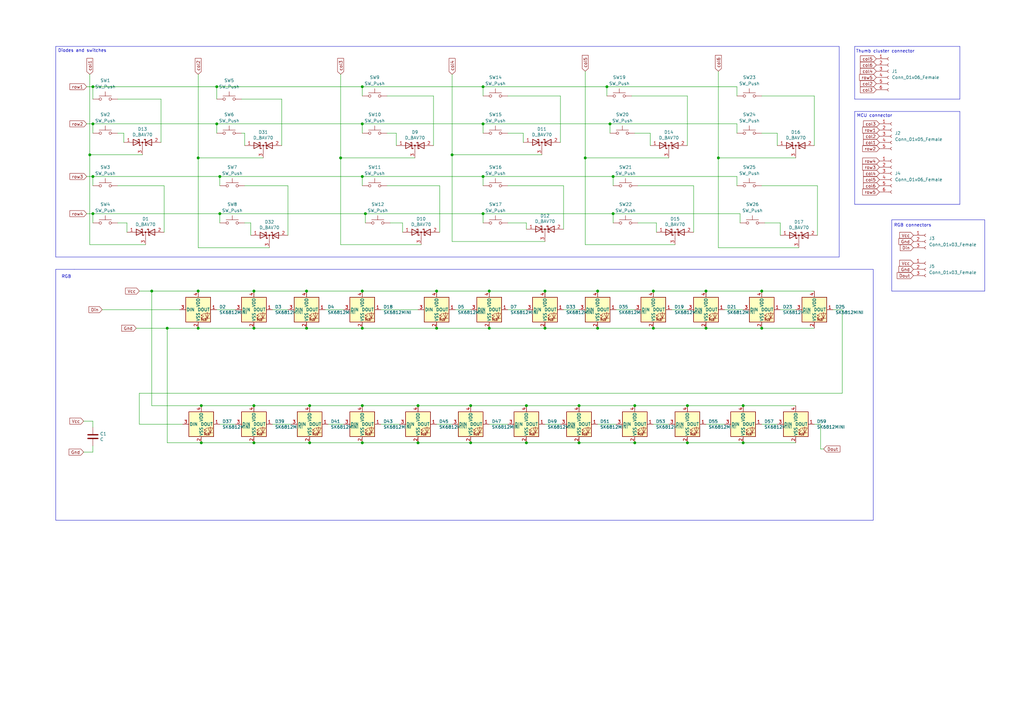
<source format=kicad_sch>
(kicad_sch (version 20221004) (generator eeschema)
  (paper "A3")
  (title_block (title "flex.sch") (date "2022-02-20") (company "bastard keyboards") (comment 3 "CC BY-NC-SA 4.0") (comment 4 "Copyright Quentin Lebastard 2022"))
  (lib_symbols
    (symbol "Connector:Conn_01x03_Female" (pin_names (offset 1.016) hide)
      (property "Reference" "J" (at 0 5.08 0))
      (property "Value" "Conn_01x03_Female" (at 0 -5.08 0))
      (symbol "Conn_01x03_Female_1_1"
        (arc (start 0 -2.032) (mid -0.5058 -2.54) (end 0 -3.048) (stroke (width 0.1524)))
        (polyline (pts (xy -1.27 -2.54) (xy -0.508 -2.54)) (stroke (width 0.1524)))
        (polyline (pts (xy -1.27 0) (xy -0.508 0)) (stroke (width 0.1524)))
        (polyline (pts (xy -1.27 2.54) (xy -0.508 2.54)) (stroke (width 0.1524)))
        (arc (start 0 0.508) (mid -0.5058 0) (end 0 -0.508) (stroke (width 0.1524)))
        (arc (start 0 3.048) (mid -0.5058 2.54) (end 0 2.032) (stroke (width 0.1524)))
        (pin passive line (at -5.08 2.54 0) (length 3.81) (name "Pin_1") (number "1"))
        (pin passive line (at -5.08 0 0) (length 3.81) (name "Pin_2") (number "2"))
        (pin passive line (at -5.08 -2.54 0) (length 3.81) (name "Pin_3") (number "3"))
      )
    )
    (symbol "Connector:Conn_01x05_Female" (pin_names (offset 1.016) hide)
      (property "Reference" "J" (at 0 7.62 0))
      (property "Value" "Conn_01x05_Female" (at 0 -7.62 0))
      (symbol "Conn_01x05_Female_1_1"
        (arc (start 0 -4.572) (mid -0.5058 -5.08) (end 0 -5.588) (stroke (width 0.1524)))
        (arc (start 0 -2.032) (mid -0.5058 -2.54) (end 0 -3.048) (stroke (width 0.1524)))
        (polyline (pts (xy -1.27 -5.08) (xy -0.508 -5.08)) (stroke (width 0.1524)))
        (polyline (pts (xy -1.27 -2.54) (xy -0.508 -2.54)) (stroke (width 0.1524)))
        (polyline (pts (xy -1.27 0) (xy -0.508 0)) (stroke (width 0.1524)))
        (polyline (pts (xy -1.27 2.54) (xy -0.508 2.54)) (stroke (width 0.1524)))
        (polyline (pts (xy -1.27 5.08) (xy -0.508 5.08)) (stroke (width 0.1524)))
        (arc (start 0 0.508) (mid -0.5058 0) (end 0 -0.508) (stroke (width 0.1524)))
        (arc (start 0 3.048) (mid -0.5058 2.54) (end 0 2.032) (stroke (width 0.1524)))
        (arc (start 0 5.588) (mid -0.5058 5.08) (end 0 4.572) (stroke (width 0.1524)))
        (pin passive line (at -5.08 5.08 0) (length 3.81) (name "Pin_1") (number "1"))
        (pin passive line (at -5.08 2.54 0) (length 3.81) (name "Pin_2") (number "2"))
        (pin passive line (at -5.08 0 0) (length 3.81) (name "Pin_3") (number "3"))
        (pin passive line (at -5.08 -2.54 0) (length 3.81) (name "Pin_4") (number "4"))
        (pin passive line (at -5.08 -5.08 0) (length 3.81) (name "Pin_5") (number "5"))
      )
    )
    (symbol "Connector:Conn_01x06_Female" (pin_names (offset 1.016) hide)
      (property "Reference" "J" (at 0 7.62 0))
      (property "Value" "Conn_01x06_Female" (at 0 -10.16 0))
      (symbol "Conn_01x06_Female_1_1"
        (arc (start 0 -7.112) (mid -0.5058 -7.62) (end 0 -8.128) (stroke (width 0.1524)))
        (arc (start 0 -4.572) (mid -0.5058 -5.08) (end 0 -5.588) (stroke (width 0.1524)))
        (arc (start 0 -2.032) (mid -0.5058 -2.54) (end 0 -3.048) (stroke (width 0.1524)))
        (polyline (pts (xy -1.27 -7.62) (xy -0.508 -7.62)) (stroke (width 0.1524)))
        (polyline (pts (xy -1.27 -5.08) (xy -0.508 -5.08)) (stroke (width 0.1524)))
        (polyline (pts (xy -1.27 -2.54) (xy -0.508 -2.54)) (stroke (width 0.1524)))
        (polyline (pts (xy -1.27 0) (xy -0.508 0)) (stroke (width 0.1524)))
        (polyline (pts (xy -1.27 2.54) (xy -0.508 2.54)) (stroke (width 0.1524)))
        (polyline (pts (xy -1.27 5.08) (xy -0.508 5.08)) (stroke (width 0.1524)))
        (arc (start 0 0.508) (mid -0.5058 0) (end 0 -0.508) (stroke (width 0.1524)))
        (arc (start 0 3.048) (mid -0.5058 2.54) (end 0 2.032) (stroke (width 0.1524)))
        (arc (start 0 5.588) (mid -0.5058 5.08) (end 0 4.572) (stroke (width 0.1524)))
        (pin passive line (at -5.08 5.08 0) (length 3.81) (name "Pin_1") (number "1"))
        (pin passive line (at -5.08 2.54 0) (length 3.81) (name "Pin_2") (number "2"))
        (pin passive line (at -5.08 0 0) (length 3.81) (name "Pin_3") (number "3"))
        (pin passive line (at -5.08 -2.54 0) (length 3.81) (name "Pin_4") (number "4"))
        (pin passive line (at -5.08 -5.08 0) (length 3.81) (name "Pin_5") (number "5"))
        (pin passive line (at -5.08 -7.62 0) (length 3.81) (name "Pin_6") (number "6"))
      )
    )
    (symbol "Device:C" (pin_numbers hide) (pin_names (offset 0.254))
      (property "Reference" "C" (at 0.635 2.54 0))
      (property "Value" "C" (at 0.635 -2.54 0))
      (symbol "C_0_1"
        (polyline (pts (xy -2.032 -0.762) (xy 2.032 -0.762)) (stroke (width 0.508)))
        (polyline (pts (xy -2.032 0.762) (xy 2.032 0.762)) (stroke (width 0.508)))
      )
      (symbol "C_1_1"
        (pin passive line (at 0 3.81 270) (length 2.794) (name "~") (number "1"))
        (pin passive line (at 0 -3.81 90) (length 2.794) (name "~") (number "2"))
      )
    )
    (symbol "kbd:D_BAV70" (pin_names (offset 0.762) hide)
      (property "Reference" "D13" (at 0 5.4802 0))
      (property "Value" "D_BAV70" (at 0 3.1815 0))
      (symbol "D_BAV70_0_1"
        (polyline (pts (xy -3.81 0) (xy 3.81 0)))
        (polyline (pts (xy 0 0) (xy 0 -2.54)))
        (polyline (pts (xy -1.27 -1.27) (xy -1.27 1.27) (xy -1.27 1.27)) (stroke (width 0.254)))
        (polyline (pts (xy 1.27 -1.27) (xy 1.27 1.27) (xy 1.27 1.27)) (stroke (width 0.254)))
        (polyline (pts (xy -1.27 -1.27) (xy -0.762 -1.27) (xy -0.762 -1.016) (xy -0.762 -1.016)) (stroke (width 0.254)))
        (polyline (pts (xy 1.27 -1.27) (xy 1.778 -1.27) (xy 1.778 -1.016) (xy 1.778 -1.016)) (stroke (width 0.254)))
        (polyline (pts (xy 1.27 1.27) (xy 0.762 1.27) (xy 0.762 1.016) (xy 0.762 1.016)) (stroke (width 0.254)))
        (polyline (pts (xy -1.778 1.016) (xy -1.778 1.27) (xy -1.27 1.27) (xy -1.27 1.27) (xy -1.27 1.27)) (stroke (width 0.254)))
        (polyline (pts (xy -3.81 1.27) (xy -1.27 0) (xy -3.81 -1.27) (xy -3.81 1.27) (xy -3.81 1.27) (xy -3.81 1.27)) (stroke (width 0.254)))
        (polyline (pts (xy 3.81 -1.27) (xy 1.27 0) (xy 3.81 1.27) (xy 3.81 -1.27) (xy 3.81 -1.27) (xy 3.81 -1.27)) (stroke (width 0.254)))
        (circle (center 0 0) (radius 0.254) (fill (type outline)))
        (pin passive line (at -7.62 0 0) (length 3.81) (name "A") (number "1"))
        (pin passive line (at 7.62 0 180) (length 3.81) (name "A") (number "2"))
        (pin passive line (at 0 -5.08 90) (length 2.54) (name "K") (number "3"))
      )
    )
    (symbol "kbd:SK6803MINI-E" (pin_names (offset 0.254))
      (property "Reference" "D2" (at 8.6361 1.1494 0))
      (property "Value" "SK6812MINI" (at 8.6361 -1.1493 0))
      (symbol "SK6803MINI-E_0_0"
        (text "RGB" (at 2.286 -4.191 0) (effects (font (size 0.762 0.762))))
      )
      (symbol "SK6803MINI-E_0_1"
        (polyline (pts (xy 1.27 -3.556) (xy 1.778 -3.556)))
        (polyline (pts (xy 1.27 -2.54) (xy 1.778 -2.54)))
        (polyline (pts (xy 4.699 -3.556) (xy 2.667 -3.556)))
        (polyline (pts (xy 2.286 -2.54) (xy 1.27 -3.556) (xy 1.27 -3.048)))
        (polyline (pts (xy 2.286 -1.524) (xy 1.27 -2.54) (xy 1.27 -2.032)))
        (polyline (pts (xy 3.683 -1.016) (xy 3.683 -3.556) (xy 3.683 -4.064)))
        (polyline (pts (xy 4.699 -1.524) (xy 2.667 -1.524) (xy 3.683 -3.556) (xy 4.699 -1.524)))
        (rectangle (start 5.08 5.08) (end -5.08 -5.08) (stroke (width 0.254)) (fill (type background)))
      )
      (symbol "SK6803MINI-E_1_1"
        (pin output line (at 7.62 0 180) (length 2.54) (name "DOUT") (number "1"))
        (pin power_in line (at 0 -7.62 90) (length 2.54) (name "VSS") (number "2"))
        (pin input line (at -7.62 0 0) (length 2.54) (name "DIN") (number "3"))
        (pin power_in line (at 0 7.62 270) (length 2.54) (name "VDD") (number "4"))
      )
    )
    (symbol "kbd:SW_Push" (pin_numbers hide) (pin_names hide)
      (property "Reference" "SW1" (at 0 7.62 0))
      (property "Value" "SW_Push" (at 0 5.08 0))
      (symbol "SW_Push_0_1"
        (circle (center -2.032 0) (radius 0.508))
        (polyline (pts (xy 0 1.27) (xy 0 3.048)))
        (polyline (pts (xy 2.54 1.27) (xy -2.54 1.27)))
        (circle (center 2.032 0) (radius 0.508))
        (pin passive line (at -5.08 0 0) (length 2.54) (name "1") (number "1"))
        (pin passive line (at 5.08 0 180) (length 2.54) (name "2") (number "2"))
      )
    )
  )
  (junction (at 148.59 35.56) (diameter 1.016))
  (junction (at 215.9 166.37) (diameter 1.016))
  (junction (at 240.03 64.77) (diameter 1.016))
  (junction (at 179.07 119.38) (diameter 1.016))
  (junction (at 200.66 119.38) (diameter 1.016))
  (junction (at 198.12 87.63) (diameter 1.016))
  (junction (at 68.58 134.62) (diameter 1.016))
  (junction (at 127 166.37) (diameter 1.016))
  (junction (at 88.9 35.56) (diameter 1.016))
  (junction (at 179.07 134.62) (diameter 1.016))
  (junction (at 82.55 181.61) (diameter 1.016))
  (junction (at 104.14 119.38) (diameter 1.016))
  (junction (at 171.45 181.61) (diameter 1.016))
  (junction (at 215.9 181.61) (diameter 1.016))
  (junction (at 312.42 134.62) (diameter 1.016))
  (junction (at 171.45 166.37) (diameter 1.016))
  (junction (at 148.59 72.39) (diameter 1.016))
  (junction (at 223.52 134.62) (diameter 1.016))
  (junction (at 38.1 72.39) (diameter 1.016))
  (junction (at 81.28 119.38) (diameter 1.016))
  (junction (at 88.9 50.8) (diameter 1.016))
  (junction (at 248.92 35.56) (diameter 1.016))
  (junction (at 281.94 181.61) (diameter 1.016))
  (junction (at 125.73 134.62) (diameter 1.016))
  (junction (at 81.28 64.77) (diameter 1.016))
  (junction (at 104.14 166.37) (diameter 1.016))
  (junction (at 289.56 134.62) (diameter 1.016))
  (junction (at 38.1 35.56) (diameter 1.016))
  (junction (at 148.59 134.62) (diameter 1.016))
  (junction (at 82.55 166.37) (diameter 1.016))
  (junction (at 148.59 119.38) (diameter 1.016))
  (junction (at 62.23 119.38) (diameter 1.016))
  (junction (at 38.1 50.8) (diameter 1.016))
  (junction (at 281.94 166.37) (diameter 1.016))
  (junction (at 81.28 134.62) (diameter 1.016))
  (junction (at 245.11 134.62) (diameter 1.016))
  (junction (at 267.97 119.38) (diameter 1.016))
  (junction (at 237.49 181.61) (diameter 1.016))
  (junction (at 289.56 119.38) (diameter 1.016))
  (junction (at 304.8 181.61) (diameter 1.016))
  (junction (at 104.14 181.61) (diameter 1.016))
  (junction (at 127 181.61) (diameter 1.016))
  (junction (at 260.35 181.61) (diameter 1.016))
  (junction (at 245.11 119.38) (diameter 1.016))
  (junction (at 198.12 72.39) (diameter 1.016))
  (junction (at 149.86 87.63) (diameter 1.016))
  (junction (at 198.12 50.8) (diameter 1.016))
  (junction (at 251.46 87.63) (diameter 1.016))
  (junction (at 223.52 119.38) (diameter 1.016))
  (junction (at 260.35 166.37) (diameter 1.016))
  (junction (at 148.59 50.8) (diameter 1.016))
  (junction (at 125.73 119.38) (diameter 1.016))
  (junction (at 148.59 166.37) (diameter 1.016))
  (junction (at 198.12 35.56) (diameter 1.016))
  (junction (at 251.46 72.39) (diameter 1.016))
  (junction (at 185.42 63.5) (diameter 1.016))
  (junction (at 294.64 64.77) (diameter 1.016))
  (junction (at 304.8 166.37) (diameter 1.016))
  (junction (at 193.04 181.61) (diameter 1.016))
  (junction (at 250.19 50.8) (diameter 1.016))
  (junction (at 38.1 87.63) (diameter 1.016))
  (junction (at 267.97 134.62) (diameter 1.016))
  (junction (at 139.7 64.77) (diameter 1.016))
  (junction (at 104.14 134.62) (diameter 1.016))
  (junction (at 193.04 166.37) (diameter 1.016))
  (junction (at 148.59 181.61) (diameter 1.016))
  (junction (at 36.83 63.5) (diameter 1.016))
  (junction (at 312.42 119.38) (diameter 1.016))
  (junction (at 90.17 72.39) (diameter 1.016))
  (junction (at 90.17 87.63) (diameter 1.016))
  (junction (at 200.66 134.62) (diameter 1.016))
  (junction (at 237.49 166.37) (diameter 1.016))
  (wire (pts (xy 82.55 166.37) (xy 104.14 166.37)))
  (wire (pts (xy 294.64 101.6) (xy 327.66 101.6)))
  (wire (pts (xy 90.17 173.99) (xy 96.52 173.99)))
  (wire (pts (xy 198.12 35.56) (xy 198.12 39.37)))
  (wire (pts (xy 231.14 127) (xy 237.49 127)))
  (wire (pts (xy 312.42 76.2) (xy 335.28 76.2)))
  (wire (pts (xy 172.72 100.33) (xy 139.7 100.33)))
  (wire (pts (xy 294.64 29.21) (xy 294.64 64.77)))
  (polyline (pts (xy 403.86 90.17) (xy 403.86 119.38)))
  (wire (pts (xy 281.94 39.37) (xy 281.94 59.69)))
  (polyline (pts (xy 350.52 19.05) (xy 393.7 19.05)))
  (wire (pts (xy 38.1 72.39) (xy 38.1 76.2)))
  (wire (pts (xy 165.1 91.44) (xy 165.1 95.25)))
  (wire (pts (xy 158.75 39.37) (xy 177.8 39.37)))
  (polyline (pts (xy 358.14 110.49) (xy 358.14 213.36)))
  (wire (pts (xy 148.59 166.37) (xy 171.45 166.37)))
  (wire (pts (xy 177.8 39.37) (xy 177.8 59.69)))
  (wire (pts (xy 148.59 72.39) (xy 148.59 76.2)))
  (wire (pts (xy 57.15 161.29) (xy 57.15 173.99)))
  (wire (pts (xy 251.46 87.63) (xy 198.12 87.63)))
  (wire (pts (xy 320.04 91.44) (xy 320.04 96.52)))
  (wire (pts (xy 104.14 119.38) (xy 125.73 119.38)))
  (polyline (pts (xy 22.86 110.49) (xy 30.48 110.49)))
  (wire (pts (xy 266.7 54.61) (xy 266.7 59.69)))
  (wire (pts (xy 81.28 64.77) (xy 81.28 101.6)))
  (polyline (pts (xy 22.86 19.05) (xy 344.17 19.05)))
  (wire (pts (xy 193.04 166.37) (xy 215.9 166.37)))
  (wire (pts (xy 133.35 127) (xy 140.97 127)))
  (wire (pts (xy 156.21 127) (xy 171.45 127)))
  (wire (pts (xy 38.1 185.42) (xy 38.1 182.88)))
  (wire (pts (xy 240.03 64.77) (xy 274.32 64.77)))
  (wire (pts (xy 345.44 161.29) (xy 57.15 161.29)))
  (wire (pts (xy 200.66 173.99) (xy 208.28 173.99)))
  (wire (pts (xy 99.06 40.64) (xy 115.57 40.64)))
  (polyline (pts (xy 365.76 90.17) (xy 365.76 119.38)))
  (wire (pts (xy 148.59 181.61) (xy 171.45 181.61)))
  (wire (pts (xy 68.58 134.62) (xy 81.28 134.62)))
  (wire (pts (xy 90.17 87.63) (xy 149.86 87.63)))
  (wire (pts (xy 240.03 29.21) (xy 240.03 64.77)))
  (wire (pts (xy 312.42 134.62) (xy 334.01 134.62)))
  (wire (pts (xy 158.75 54.61) (xy 162.56 54.61)))
  (wire (pts (xy 231.14 76.2) (xy 231.14 93.98)))
  (wire (pts (xy 313.69 91.44) (xy 320.04 91.44)))
  (wire (pts (xy 104.14 166.37) (xy 127 166.37)))
  (wire (pts (xy 208.28 127) (xy 215.9 127)))
  (wire (pts (xy 198.12 87.63) (xy 198.12 91.44)))
  (wire (pts (xy 88.9 50.8) (xy 148.59 50.8)))
  (wire (pts (xy 38.1 35.56) (xy 38.1 40.64)))
  (wire (pts (xy 223.52 134.62) (xy 245.11 134.62)))
  (wire (pts (xy 148.59 134.62) (xy 179.07 134.62)))
  (wire (pts (xy 104.14 181.61) (xy 127 181.61)))
  (wire (pts (xy 260.35 181.61) (xy 281.94 181.61)))
  (wire (pts (xy 52.07 91.44) (xy 52.07 95.25)))
  (polyline (pts (xy 22.86 19.05) (xy 22.86 105.41)))
  (wire (pts (xy 88.9 35.56) (xy 148.59 35.56)))
  (wire (pts (xy 82.55 181.61) (xy 104.14 181.61)))
  (polyline (pts (xy 393.7 83.82) (xy 350.52 83.82)))
  (wire (pts (xy 304.8 181.61) (xy 326.39 181.61)))
  (wire (pts (xy 261.62 91.44) (xy 269.24 91.44)))
  (wire (pts (xy 245.11 173.99) (xy 252.73 173.99)))
  (wire (pts (xy 68.58 181.61) (xy 82.55 181.61)))
  (polyline (pts (xy 350.52 45.72) (xy 393.7 45.72)))
  (wire (pts (xy 36.83 30.48) (xy 36.83 63.5)))
  (wire (pts (xy 252.73 127) (xy 260.35 127)))
  (wire (pts (xy 162.56 54.61) (xy 162.56 59.69)))
  (wire (pts (xy 90.17 87.63) (xy 90.17 91.44)))
  (wire (pts (xy 148.59 35.56) (xy 148.59 39.37)))
  (wire (pts (xy 38.1 172.72) (xy 34.29 172.72)))
  (wire (pts (xy 38.1 87.63) (xy 38.1 91.44)))
  (wire (pts (xy 312.42 39.37) (xy 334.01 39.37)))
  (wire (pts (xy 179.07 134.62) (xy 200.66 134.62)))
  (wire (pts (xy 200.66 134.62) (xy 223.52 134.62)))
  (wire (pts (xy 294.64 64.77) (xy 294.64 101.6)))
  (wire (pts (xy 55.88 134.62) (xy 68.58 134.62)))
  (polyline (pts (xy 344.17 19.05) (xy 344.17 105.41)))
  (wire (pts (xy 34.29 185.42) (xy 38.1 185.42)))
  (wire (pts (xy 35.56 87.63) (xy 38.1 87.63)))
  (wire (pts (xy 57.15 173.99) (xy 74.93 173.99)))
  (wire (pts (xy 88.9 35.56) (xy 88.9 40.64)))
  (wire (pts (xy 198.12 35.56) (xy 248.92 35.56)))
  (wire (pts (xy 250.19 50.8) (xy 302.26 50.8)))
  (wire (pts (xy 111.76 127) (xy 118.11 127)))
  (wire (pts (xy 240.03 100.33) (xy 276.86 100.33)))
  (wire (pts (xy 245.11 134.62) (xy 267.97 134.62)))
  (wire (pts (xy 36.83 100.33) (xy 59.69 100.33)))
  (wire (pts (xy 62.23 119.38) (xy 62.23 166.37)))
  (wire (pts (xy 99.06 54.61) (xy 100.33 54.61)))
  (wire (pts (xy 171.45 181.61) (xy 193.04 181.61)))
  (wire (pts (xy 269.24 91.44) (xy 269.24 95.25)))
  (wire (pts (xy 35.56 72.39) (xy 38.1 72.39)))
  (wire (pts (xy 81.28 134.62) (xy 104.14 134.62)))
  (wire (pts (xy 111.76 173.99) (xy 119.38 173.99)))
  (wire (pts (xy 118.11 76.2) (xy 118.11 96.52)))
  (wire (pts (xy 302.26 72.39) (xy 302.26 76.2)))
  (wire (pts (xy 35.56 50.8) (xy 38.1 50.8)))
  (wire (pts (xy 284.48 76.2) (xy 284.48 95.25)))
  (wire (pts (xy 336.55 173.99) (xy 336.55 184.15)))
  (wire (pts (xy 260.35 54.61) (xy 266.7 54.61)))
  (wire (pts (xy 156.21 173.99) (xy 163.83 173.99)))
  (wire (pts (xy 48.26 76.2) (xy 67.31 76.2)))
  (polyline (pts (xy 393.7 40.64) (xy 350.52 40.64)))
  (wire (pts (xy 38.1 35.56) (xy 88.9 35.56)))
  (wire (pts (xy 198.12 72.39) (xy 198.12 76.2)))
  (wire (pts (xy 38.1 50.8) (xy 88.9 50.8)))
  (polyline (pts (xy 344.17 105.41) (xy 22.86 105.41)))
  (wire (pts (xy 35.56 35.56) (xy 38.1 35.56)))
  (wire (pts (xy 289.56 134.62) (xy 312.42 134.62)))
  (polyline (pts (xy 350.52 45.72) (xy 350.52 83.82)))
  (polyline (pts (xy 393.7 45.72) (xy 393.7 83.82)))
  (wire (pts (xy 81.28 119.38) (xy 104.14 119.38)))
  (wire (pts (xy 240.03 64.77) (xy 240.03 100.33)))
  (wire (pts (xy 208.28 91.44) (xy 215.9 91.44)))
  (wire (pts (xy 193.04 181.61) (xy 215.9 181.61)))
  (wire (pts (xy 229.87 58.42) (xy 229.87 39.37)))
  (wire (pts (xy 158.75 76.2) (xy 180.34 76.2)))
  (wire (pts (xy 302.26 50.8) (xy 302.26 54.61)))
  (wire (pts (xy 334.01 39.37) (xy 334.01 59.69)))
  (wire (pts (xy 289.56 119.38) (xy 312.42 119.38)))
  (wire (pts (xy 36.83 63.5) (xy 36.83 100.33)))
  (wire (pts (xy 214.63 54.61) (xy 214.63 58.42)))
  (wire (pts (xy 198.12 50.8) (xy 198.12 54.61)))
  (wire (pts (xy 237.49 166.37) (xy 260.35 166.37)))
  (wire (pts (xy 48.26 40.64) (xy 66.04 40.64)))
  (wire (pts (xy 88.9 50.8) (xy 88.9 54.61)))
  (wire (pts (xy 250.19 50.8) (xy 250.19 54.61)))
  (wire (pts (xy 267.97 119.38) (xy 289.56 119.38)))
  (wire (pts (xy 318.77 54.61) (xy 318.77 59.69)))
  (wire (pts (xy 248.92 35.56) (xy 302.26 35.56)))
  (wire (pts (xy 115.57 40.64) (xy 115.57 59.69)))
  (wire (pts (xy 48.26 54.61) (xy 50.8 54.61)))
  (wire (pts (xy 149.86 87.63) (xy 149.86 91.44)))
  (wire (pts (xy 334.01 173.99) (xy 336.55 173.99)))
  (wire (pts (xy 66.04 40.64) (xy 66.04 58.42)))
  (wire (pts (xy 88.9 127) (xy 96.52 127)))
  (wire (pts (xy 335.28 76.2) (xy 335.28 96.52)))
  (wire (pts (xy 312.42 173.99) (xy 318.77 173.99)))
  (wire (pts (xy 57.15 119.38) (xy 62.23 119.38)))
  (wire (pts (xy 289.56 173.99) (xy 297.18 173.99)))
  (wire (pts (xy 223.52 173.99) (xy 229.87 173.99)))
  (wire (pts (xy 267.97 134.62) (xy 289.56 134.62)))
  (wire (pts (xy 245.11 119.38) (xy 267.97 119.38)))
  (wire (pts (xy 185.42 63.5) (xy 222.25 63.5)))
  (wire (pts (xy 134.62 173.99) (xy 140.97 173.99)))
  (wire (pts (xy 38.1 175.26) (xy 38.1 172.72)))
  (wire (pts (xy 267.97 173.99) (xy 274.32 173.99)))
  (wire (pts (xy 100.33 54.61) (xy 100.33 59.69)))
  (wire (pts (xy 251.46 87.63) (xy 303.53 87.63)))
  (wire (pts (xy 304.8 166.37) (xy 326.39 166.37)))
  (wire (pts (xy 38.1 72.39) (xy 90.17 72.39)))
  (wire (pts (xy 179.07 173.99) (xy 185.42 173.99)))
  (wire (pts (xy 251.46 91.44) (xy 251.46 87.63)))
  (wire (pts (xy 160.02 91.44) (xy 165.1 91.44)))
  (wire (pts (xy 302.26 35.56) (xy 302.26 39.37)))
  (wire (pts (xy 148.59 35.56) (xy 198.12 35.56)))
  (wire (pts (xy 148.59 72.39) (xy 198.12 72.39)))
  (wire (pts (xy 275.59 127) (xy 281.94 127)))
  (wire (pts (xy 294.64 64.77) (xy 326.39 64.77)))
  (wire (pts (xy 180.34 76.2) (xy 180.34 95.25)))
  (wire (pts (xy 179.07 119.38) (xy 200.66 119.38)))
  (wire (pts (xy 148.59 50.8) (xy 198.12 50.8)))
  (wire (pts (xy 336.55 184.15) (xy 337.82 184.15)))
  (wire (pts (xy 208.28 54.61) (xy 214.63 54.61)))
  (wire (pts (xy 237.49 181.61) (xy 260.35 181.61)))
  (wire (pts (xy 125.73 119.38) (xy 148.59 119.38)))
  (wire (pts (xy 186.69 127) (xy 193.04 127)))
  (wire (pts (xy 198.12 72.39) (xy 251.46 72.39)))
  (wire (pts (xy 312.42 54.61) (xy 318.77 54.61)))
  (wire (pts (xy 148.59 50.8) (xy 148.59 54.61)))
  (wire (pts (xy 48.26 91.44) (xy 52.07 91.44)))
  (wire (pts (xy 215.9 181.61) (xy 237.49 181.61)))
  (wire (pts (xy 90.17 72.39) (xy 90.17 76.2)))
  (wire (pts (xy 90.17 72.39) (xy 148.59 72.39)))
  (polyline (pts (xy 22.86 213.36) (xy 22.86 110.49)))
  (wire (pts (xy 281.94 181.61) (xy 304.8 181.61)))
  (wire (pts (xy 102.87 91.44) (xy 102.87 96.52)))
  (wire (pts (xy 139.7 64.77) (xy 170.18 64.77)))
  (wire (pts (xy 341.63 127) (xy 345.44 127)))
  (wire (pts (xy 125.73 134.62) (xy 148.59 134.62)))
  (wire (pts (xy 185.42 99.06) (xy 223.52 99.06)))
  (wire (pts (xy 185.42 63.5) (xy 185.42 99.06)))
  (wire (pts (xy 100.33 76.2) (xy 118.11 76.2)))
  (polyline (pts (xy 393.7 19.05) (xy 393.7 40.64)))
  (polyline (pts (xy 358.14 213.36) (xy 22.86 213.36)))
  (wire (pts (xy 215.9 91.44) (xy 215.9 93.98)))
  (polyline (pts (xy 365.76 90.17) (xy 403.86 90.17)))
  (wire (pts (xy 320.04 127) (xy 326.39 127)))
  (wire (pts (xy 41.91 127) (xy 73.66 127)))
  (wire (pts (xy 259.08 39.37) (xy 281.94 39.37)))
  (wire (pts (xy 171.45 166.37) (xy 193.04 166.37)))
  (wire (pts (xy 223.52 119.38) (xy 245.11 119.38)))
  (wire (pts (xy 297.18 127) (xy 304.8 127)))
  (wire (pts (xy 345.44 127) (xy 345.44 161.29)))
  (wire (pts (xy 110.49 101.6) (xy 81.28 101.6)))
  (wire (pts (xy 107.95 64.77) (xy 81.28 64.77)))
  (polyline (pts (xy 30.48 110.49) (xy 358.14 110.49)))
  (wire (pts (xy 148.59 119.38) (xy 179.07 119.38)))
  (wire (pts (xy 229.87 39.37) (xy 208.28 39.37)))
  (wire (pts (xy 303.53 87.63) (xy 303.53 91.44)))
  (wire (pts (xy 38.1 87.63) (xy 90.17 87.63)))
  (wire (pts (xy 68.58 134.62) (xy 68.58 181.61)))
  (wire (pts (xy 50.8 54.61) (xy 50.8 58.42)))
  (wire (pts (xy 139.7 64.77) (xy 139.7 100.33)))
  (wire (pts (xy 312.42 119.38) (xy 334.01 119.38)))
  (wire (pts (xy 81.28 30.48) (xy 81.28 64.77)))
  (polyline (pts (xy 350.52 19.05) (xy 350.52 40.64)))
  (wire (pts (xy 198.12 50.8) (xy 250.19 50.8)))
  (wire (pts (xy 127 181.61) (xy 148.59 181.61)))
  (wire (pts (xy 38.1 50.8) (xy 38.1 54.61)))
  (wire (pts (xy 127 166.37) (xy 148.59 166.37)))
  (wire (pts (xy 62.23 119.38) (xy 81.28 119.38)))
  (wire (pts (xy 139.7 30.48) (xy 139.7 64.77)))
  (wire (pts (xy 251.46 72.39) (xy 251.46 76.2)))
  (wire (pts (xy 185.42 30.48) (xy 185.42 63.5)))
  (polyline (pts (xy 403.86 119.38) (xy 365.76 119.38)))
  (wire (pts (xy 251.46 72.39) (xy 302.26 72.39)))
  (wire (pts (xy 62.23 166.37) (xy 82.55 166.37)))
  (wire (pts (xy 208.28 76.2) (xy 231.14 76.2)))
  (wire (pts (xy 261.62 76.2) (xy 284.48 76.2)))
  (wire (pts (xy 149.86 87.63) (xy 198.12 87.63)))
  (wire (pts (xy 200.66 119.38) (xy 223.52 119.38)))
  (wire (pts (xy 281.94 166.37) (xy 304.8 166.37)))
  (wire (pts (xy 215.9 166.37) (xy 237.49 166.37)))
  (wire (pts (xy 260.35 166.37) (xy 281.94 166.37)))
  (wire (pts (xy 248.92 39.37) (xy 248.92 35.56)))
  (wire (pts (xy 104.14 134.62) (xy 125.73 134.62)))
  (wire (pts (xy 100.33 91.44) (xy 102.87 91.44)))
  (wire (pts (xy 67.31 76.2) (xy 67.31 95.25)))
  (wire (pts (xy 58.42 63.5) (xy 36.83 63.5)))
  (text "Diodes and switches" (at 43.688 21.59 0) (effects (font (size 1.27 1.27)) (justify right bottom)))
  (text "RGB" (at 29.21 114.3 0) (effects (font (size 1.27 1.27)) (justify right bottom)))
  (text "MCU connector" (at 366.014 48.26 0) (effects (font (size 1.27 1.27)) (justify right bottom)))
  (text "Thumb cluster connector" (at 375.158 21.844 0) (effects (font (size 1.27 1.27)) (justify right bottom)))
  (text "This work is licensed under a Creative Commons Attribution-NonCommercial-ShareAlike 4.0 International License." (at 429.26 378.46 0) (effects (font (size 1.27 1.27)) (justify left bottom)))
  (text "RGB connectors" (at 382.016 93.218 0) (effects (font (size 1.27 1.27)) (justify right bottom)))
  (global_label "Din" (shape input) (at 41.91 127 180) (property "Intersheet References" "${INTERSHEET_REFS}" (effects hide)))
  (global_label "col6" (shape input) (at 360.68 76.2 180) (property "Intersheet References" "${INTERSHEET_REFS}" (effects hide)))
  (global_label "col5" (shape input) (at 360.68 73.66 180) (property "Intersheet References" "${INTERSHEET_REFS}" (effects hide)))
  (global_label "col2" (shape input) (at 359.41 34.29 180) (property "Intersheet References" "${INTERSHEET_REFS}" (effects hide)))
  (global_label "Din" (shape input) (at 374.65 101.6 180) (property "Intersheet References" "${INTERSHEET_REFS}" (effects hide)))
  (global_label "col5" (shape input) (at 240.03 29.21 90) (property "Intersheet References" "${INTERSHEET_REFS}" (effects hide)))
  (global_label "Dout" (shape input) (at 337.82 184.15 0) (property "Intersheet References" "${INTERSHEET_REFS}" (effects hide)))
  (global_label "col3" (shape input) (at 139.7 30.48 90) (property "Intersheet References" "${INTERSHEET_REFS}" (effects hide)))
  (global_label "row3" (shape input) (at 360.68 68.58 180) (property "Intersheet References" "${INTERSHEET_REFS}" (effects hide)))
  (global_label "Vcc" (shape input) (at 57.15 119.38 180) (property "Intersheet References" "${INTERSHEET_REFS}" (effects hide)))
  (global_label "Gnd" (shape input) (at 374.65 99.06 180) (property "Intersheet References" "${INTERSHEET_REFS}" (effects hide)))
  (global_label "row5" (shape input) (at 359.41 31.75 180) (property "Intersheet References" "${INTERSHEET_REFS}" (effects hide)))
  (global_label "col2" (shape input) (at 360.68 55.88 180) (property "Intersheet References" "${INTERSHEET_REFS}" (effects hide)))
  (global_label "row3" (shape input) (at 35.56 72.39 180) (property "Intersheet References" "${INTERSHEET_REFS}" (effects hide)))
  (global_label "Gnd" (shape input) (at 55.88 134.62 180) (property "Intersheet References" "${INTERSHEET_REFS}" (effects hide)))
  (global_label "col4" (shape input) (at 359.41 29.21 180) (property "Intersheet References" "${INTERSHEET_REFS}" (effects hide)))
  (global_label "col3" (shape input) (at 359.41 36.83 180) (property "Intersheet References" "${INTERSHEET_REFS}" (effects hide)))
  (global_label "col4" (shape input) (at 185.42 30.48 90) (property "Intersheet References" "${INTERSHEET_REFS}" (effects hide)))
  (global_label "row5" (shape input) (at 360.68 78.74 180) (property "Intersheet References" "${INTERSHEET_REFS}" (effects hide)))
  (global_label "row1" (shape input) (at 360.68 53.34 180) (property "Intersheet References" "${INTERSHEET_REFS}" (effects hide)))
  (global_label "row4" (shape input) (at 360.68 66.04 180) (property "Intersheet References" "${INTERSHEET_REFS}" (effects hide)))
  (global_label "Vcc" (shape input) (at 34.29 172.72 180) (property "Intersheet References" "${INTERSHEET_REFS}" (effects hide)))
  (global_label "row2" (shape input) (at 360.68 60.96 180) (property "Intersheet References" "${INTERSHEET_REFS}" (effects hide)))
  (global_label "col1" (shape input) (at 360.68 58.42 180) (property "Intersheet References" "${INTERSHEET_REFS}" (effects hide)))
  (global_label "col6" (shape input) (at 359.41 26.67 180) (property "Intersheet References" "${INTERSHEET_REFS}" (effects hide)))
  (global_label "col6" (shape input) (at 294.64 29.21 90) (property "Intersheet References" "${INTERSHEET_REFS}" (effects hide)))
  (global_label "col3" (shape input) (at 360.68 50.8 180) (property "Intersheet References" "${INTERSHEET_REFS}" (effects hide)))
  (global_label "row4" (shape input) (at 35.56 87.63 180) (property "Intersheet References" "${INTERSHEET_REFS}" (effects hide)))
  (global_label "Gnd" (shape input) (at 374.65 110.49 180) (property "Intersheet References" "${INTERSHEET_REFS}" (effects hide)))
  (global_label "row1" (shape input) (at 35.56 35.56 180) (property "Intersheet References" "${INTERSHEET_REFS}" (effects hide)))
  (global_label "Gnd" (shape input) (at 34.29 185.42 180) (property "Intersheet References" "${INTERSHEET_REFS}" (effects hide)))
  (global_label "row2" (shape input) (at 35.56 50.8 180) (property "Intersheet References" "${INTERSHEET_REFS}" (effects hide)))
  (global_label "Vcc" (shape input) (at 374.65 107.95 180) (property "Intersheet References" "${INTERSHEET_REFS}" (effects hide)))
  (global_label "col1" (shape input) (at 36.83 30.48 90) (property "Intersheet References" "${INTERSHEET_REFS}" (effects hide)))
  (global_label "Dout" (shape input) (at 374.65 113.03 180) (property "Intersheet References" "${INTERSHEET_REFS}" (effects hide)))
  (global_label "col5" (shape input) (at 359.41 24.13 180) (property "Intersheet References" "${INTERSHEET_REFS}" (effects hide)))
  (global_label "col2" (shape input) (at 81.28 30.48 90) (property "Intersheet References" "${INTERSHEET_REFS}" (effects hide)))
  (global_label "col4" (shape input) (at 360.68 71.12 180) (property "Intersheet References" "${INTERSHEET_REFS}" (effects hide)))
  (global_label "Vcc" (shape input) (at 374.65 96.52 180) (property "Intersheet References" "${INTERSHEET_REFS}" (effects hide)))
  (symbol (lib_id "kbd:D_BAV70") (at 276.86 95.25 0) (unit 1)
    (property "Reference" "D15" (at 276.86 89.7698 0))
    (property "Value" "D_BAV70" (at 276.86 92.0685 0))
    (property "Footprint" "customs:TSOT-23_HandSoldering" (effects hide))
    (property "LCSC" "C68978" (effects hide))
  )
  (symbol (lib_id "Device:C") (at 38.1 179.07 0) (unit 1)
    (property "Reference" "C1" (at 41.0211 177.9206 0) (effects (justify left)))
    (property "Value" "C" (at 41.0211 180.2193 0) (effects (justify left)))
    (property "Footprint" "Capacitor_SMD:C_1206_3216Metric_Pad1.42x1.75mm_HandSolder" (effects hide))
  )
  (symbol (lib_id "kbd:SW_Push") (at 43.18 54.61 0) (unit 1)
    (property "Reference" "SW2" (at 43.18 46.99 0))
    (property "Value" "SW_Push" (at 43.18 49.53 0))
    (property "Footprint" "prettylib:SW_MX_KS_Choc-mod" (effects hide))
  )
  (symbol (lib_id "kbd:SW_Push") (at 256.54 91.44 0) (unit 1)
    (property "Reference" "SW22" (at 256.54 83.82 0))
    (property "Value" "SW_Push" (at 256.54 86.36 0))
    (property "Footprint" "prettylib:SW_MX_KS_Choc-mod" (effects hide))
  )
  (symbol (lib_id "kbd:SK6803MINI-E") (at 267.97 127 0) (unit 1)
    (property "Reference" "D19" (at 276.6061 125.8506 0) (effects (justify left)))
    (property "Value" "SK6812MINI" (at 276.6061 128.1493 0) (effects (justify left)))
    (property "Footprint" "prettylib:YS-SK6812MINI-E-bkb" (effects hide))
    (property "Datasheet" "https://cdn-shop.adafruit.com/product-files/2686/SK6812MINI_REV.01-1-2.pdf" (effects hide))
  )
  (symbol (lib_id "kbd:SK6803MINI-E") (at 148.59 173.99 0) (unit 1)
    (property "Reference" "D43" (at 157.2261 172.8406 0) (effects (justify left)))
    (property "Value" "SK6812MINI" (at 157.2261 175.1393 0) (effects (justify left)))
    (property "Footprint" "prettylib:YS-SK6812MINI-E-bkb" (effects hide))
    (property "Datasheet" "https://cdn-shop.adafruit.com/product-files/2686/SK6812MINI_REV.01-1-2.pdf" (effects hide))
  )
  (symbol (lib_id "kbd:SK6803MINI-E") (at 81.28 127 0) (unit 1)
    (property "Reference" "D2" (at 89.9161 125.8506 0) (effects (justify left)))
    (property "Value" "SK6812MINI" (at 89.9161 128.1493 0) (effects (justify left)))
    (property "Footprint" "prettylib:YS-SK6812MINI-E-bkb" (effects hide))
    (property "Datasheet" "https://cdn-shop.adafruit.com/product-files/2686/SK6812MINI_REV.01-1-2.pdf" (effects hide))
  )
  (symbol (lib_id "kbd:SK6803MINI-E") (at 312.42 127 0) (unit 1)
    (property "Reference" "D23" (at 321.0561 125.8506 0) (effects (justify left)))
    (property "Value" "SK6812MINI" (at 321.0561 128.1493 0) (effects (justify left)))
    (property "Footprint" "prettylib:YS-SK6812MINI-E-bkb" (effects hide))
    (property "Datasheet" "https://cdn-shop.adafruit.com/product-files/2686/SK6812MINI_REV.01-1-2.pdf" (effects hide))
  )
  (symbol (lib_id "kbd:D_BAV70") (at 327.66 96.52 0) (unit 1)
    (property "Reference" "D17" (at 327.66 91.0398 0))
    (property "Value" "D_BAV70" (at 327.66 93.3385 0))
    (property "Footprint" "customs:TSOT-23_HandSoldering" (effects hide))
    (property "LCSC" "C68978" (effects hide))
  )
  (symbol (lib_id "kbd:SK6803MINI-E") (at 223.52 127 0) (unit 1)
    (property "Reference" "D33" (at 232.1561 125.8506 0) (effects (justify left)))
    (property "Value" "SK6812MINI" (at 232.1561 128.1493 0) (effects (justify left)))
    (property "Footprint" "prettylib:YS-SK6812MINI-E-bkb" (effects hide))
    (property "Datasheet" "https://cdn-shop.adafruit.com/product-files/2686/SK6812MINI_REV.01-1-2.pdf" (effects hide))
  )
  (symbol (lib_id "kbd:SK6803MINI-E") (at 82.55 173.99 0) (unit 1)
    (property "Reference" "D37" (at 91.1861 172.8406 0) (effects (justify left)))
    (property "Value" "SK6812MINI" (at 91.1861 175.1393 0) (effects (justify left)))
    (property "Footprint" "prettylib:YS-SK6812MINI-E-bkb" (effects hide))
    (property "Datasheet" "https://cdn-shop.adafruit.com/product-files/2686/SK6812MINI_REV.01-1-2.pdf" (effects hide))
  )
  (symbol (lib_id "kbd:SW_Push") (at 93.98 40.64 0) (unit 1)
    (property "Reference" "SW5" (at 93.98 33.02 0))
    (property "Value" "SW_Push" (at 93.98 35.56 0))
    (property "Footprint" "prettylib:SW_MX_KS_Choc-mod" (effects hide))
  )
  (symbol (lib_id "kbd:SK6803MINI-E") (at 104.14 173.99 0) (unit 1)
    (property "Reference" "D39" (at 112.7761 172.8406 0) (effects (justify left)))
    (property "Value" "SK6812MINI" (at 112.7761 175.1393 0) (effects (justify left)))
    (property "Footprint" "prettylib:YS-SK6812MINI-E-bkb" (effects hide))
    (property "Datasheet" "https://cdn-shop.adafruit.com/product-files/2686/SK6812MINI_REV.01-1-2.pdf" (effects hide))
  )
  (symbol (lib_id "kbd:SK6803MINI-E") (at 289.56 127 0) (unit 1)
    (property "Reference" "D21" (at 298.1961 125.8506 0) (effects (justify left)))
    (property "Value" "SK6812MINI" (at 298.1961 128.1493 0) (effects (justify left)))
    (property "Footprint" "prettylib:YS-SK6812MINI-E-bkb" (effects hide))
    (property "Datasheet" "https://cdn-shop.adafruit.com/product-files/2686/SK6812MINI_REV.01-1-2.pdf" (effects hide))
  )
  (symbol (lib_id "kbd:SW_Push") (at 153.67 76.2 0) (unit 1)
    (property "Reference" "SW11" (at 153.67 68.58 0))
    (property "Value" "SW_Push" (at 153.67 71.12 0))
    (property "Footprint" "prettylib:SW_MX_KS_Choc-mod" (effects hide))
  )
  (symbol (lib_id "kbd:SW_Push") (at 154.94 91.44 0) (unit 1)
    (property "Reference" "SW12" (at 154.94 83.82 0))
    (property "Value" "SW_Push" (at 154.94 86.36 0))
    (property "Footprint" "prettylib:SW_MX_KS_Choc-mod" (effects hide))
  )
  (symbol (lib_id "kbd:SW_Push") (at 95.25 91.44 0) (unit 1)
    (property "Reference" "SW8" (at 95.25 83.82 0))
    (property "Value" "SW_Push" (at 95.25 86.36 0))
    (property "Footprint" "prettylib:SW_MX_KS_Choc-mod" (effects hide))
  )
  (symbol (lib_id "Connector:Conn_01x03_Female") (at 379.73 110.49 0) (unit 1)
    (property "Reference" "J5" (at 381 109.22 0) (effects (justify left)))
    (property "Value" "Conn_01x03_Female" (at 381 111.76 0) (effects (justify left)))
    (property "Footprint" "Connector_PinHeader_2.54mm:PinHeader_1x03_P2.54mm_Vertical" (effects hide))
  )
  (symbol (lib_id "kbd:D_BAV70") (at 223.52 93.98 0) (unit 1)
    (property "Reference" "D12" (at 223.52 88.4998 0))
    (property "Value" "D_BAV70" (at 223.52 90.7985 0))
    (property "Footprint" "customs:TSOT-23_HandSoldering" (effects hide))
    (property "LCSC" "C68978" (effects hide))
  )
  (symbol (lib_id "kbd:SK6803MINI-E") (at 127 173.99 0) (unit 1)
    (property "Reference" "D41" (at 135.6361 172.8406 0) (effects (justify left)))
    (property "Value" "SK6812MINI" (at 135.6361 175.1393 0) (effects (justify left)))
    (property "Footprint" "prettylib:YS-SK6812MINI-E-bkb" (effects hide))
    (property "Datasheet" "https://cdn-shop.adafruit.com/product-files/2686/SK6812MINI_REV.01-1-2.pdf" (effects hide))
  )
  (symbol (lib_id "kbd:SW_Push") (at 93.98 54.61 0) (unit 1)
    (property "Reference" "SW6" (at 93.98 46.99 0))
    (property "Value" "SW_Push" (at 93.98 49.53 0))
    (property "Footprint" "prettylib:SW_MX_KS_Choc-mod" (effects hide))
  )
  (symbol (lib_id "kbd:SW_Push") (at 43.18 40.64 0) (unit 1)
    (property "Reference" "SW1" (at 43.18 33.02 0))
    (property "Value" "SW_Push" (at 43.18 35.56 0))
    (property "Footprint" "prettylib:SW_MX_KS_Choc-mod" (effects hide))
  )
  (symbol (lib_id "kbd:SK6803MINI-E") (at 193.04 173.99 0) (unit 1)
    (property "Reference" "D47" (at 201.6761 172.8406 0) (effects (justify left)))
    (property "Value" "SK6812MINI" (at 201.6761 175.1393 0) (effects (justify left)))
    (property "Footprint" "prettylib:YS-SK6812MINI-E-bkb" (effects hide))
    (property "Datasheet" "https://cdn-shop.adafruit.com/product-files/2686/SK6812MINI_REV.01-1-2.pdf" (effects hide))
  )
  (symbol (lib_id "kbd:SW_Push") (at 43.18 76.2 0) (unit 1)
    (property "Reference" "SW3" (at 43.18 68.58 0))
    (property "Value" "SW_Push" (at 43.18 71.12 0))
    (property "Footprint" "prettylib:SW_MX_KS_Choc-mod" (effects hide))
  )
  (symbol (lib_id "kbd:SW_Push") (at 203.2 39.37 0) (unit 1)
    (property "Reference" "SW14" (at 203.2 31.75 0))
    (property "Value" "SW_Push" (at 203.2 34.29 0))
    (property "Footprint" "prettylib:SW_MX_KS_Choc-mod" (effects hide))
  )
  (symbol (lib_id "kbd:SK6803MINI-E") (at 326.39 173.99 0) (unit 1)
    (property "Reference" "D59" (at 335.0261 172.8406 0) (effects (justify left)))
    (property "Value" "SK6812MINI" (at 335.0261 175.1393 0) (effects (justify left)))
    (property "Footprint" "prettylib:YS-SK6812MINI-E-bkb" (effects hide))
    (property "Datasheet" "https://cdn-shop.adafruit.com/product-files/2686/SK6812MINI_REV.01-1-2.pdf" (effects hide))
  )
  (symbol (lib_id "kbd:SW_Push") (at 307.34 54.61 0) (unit 1)
    (property "Reference" "SW24" (at 307.34 46.99 0))
    (property "Value" "SW_Push" (at 307.34 49.53 0))
    (property "Footprint" "prettylib:SW_MX_KS_Choc-mod" (effects hide))
  )
  (symbol (lib_id "kbd:D_BAV70") (at 170.18 59.69 0) (unit 1)
    (property "Reference" "D9" (at 170.18 54.2098 0))
    (property "Value" "D_BAV70" (at 170.18 56.5085 0))
    (property "Footprint" "customs:TSOT-23_HandSoldering" (effects hide))
    (property "LCSC" "C68978" (effects hide))
  )
  (symbol (lib_id "kbd:SW_Push") (at 255.27 54.61 0) (unit 1)
    (property "Reference" "SW20" (at 255.27 46.99 0))
    (property "Value" "SW_Push" (at 255.27 49.53 0))
    (property "Footprint" "prettylib:SW_MX_KS_Choc-mod" (effects hide))
  )
  (symbol (lib_id "kbd:SW_Push") (at 153.67 39.37 0) (unit 1)
    (property "Reference" "SW9" (at 153.67 31.75 0))
    (property "Value" "SW_Push" (at 153.67 34.29 0))
    (property "Footprint" "prettylib:SW_MX_KS_Choc-mod" (effects hide))
  )
  (symbol (lib_id "kbd:SK6803MINI-E") (at 179.07 127 0) (unit 1)
    (property "Reference" "D5" (at 187.7061 125.8506 0) (effects (justify left)))
    (property "Value" "SK6812MINI" (at 187.7061 128.1493 0) (effects (justify left)))
    (property "Footprint" "prettylib:YS-SK6812MINI-E-bkb" (effects hide))
    (property "Datasheet" "https://cdn-shop.adafruit.com/product-files/2686/SK6812MINI_REV.01-1-2.pdf" (effects hide))
  )
  (symbol (lib_id "kbd:SK6803MINI-E") (at 200.66 127 0) (unit 1)
    (property "Reference" "D7" (at 209.2961 125.8506 0) (effects (justify left)))
    (property "Value" "SK6812MINI" (at 209.2961 128.1493 0) (effects (justify left)))
    (property "Footprint" "prettylib:YS-SK6812MINI-E-bkb" (effects hide))
    (property "Datasheet" "https://cdn-shop.adafruit.com/product-files/2686/SK6812MINI_REV.01-1-2.pdf" (effects hide))
  )
  (symbol (lib_id "kbd:SW_Push") (at 203.2 54.61 0) (unit 1)
    (property "Reference" "SW15" (at 203.2 46.99 0))
    (property "Value" "SW_Push" (at 203.2 49.53 0))
    (property "Footprint" "prettylib:SW_MX_KS_Choc-mod" (effects hide))
  )
  (symbol (lib_id "kbd:SW_Push") (at 203.2 91.44 0) (unit 1)
    (property "Reference" "SW17" (at 203.2 83.82 0))
    (property "Value" "SW_Push" (at 203.2 86.36 0))
    (property "Footprint" "prettylib:SW_MX_KS_Choc-mod" (effects hide))
  )
  (symbol (lib_id "kbd:D_BAV70") (at 59.69 95.25 0) (unit 1)
    (property "Reference" "D1" (at 59.69 89.7698 0))
    (property "Value" "D_BAV70" (at 59.69 92.0685 0))
    (property "Footprint" "customs:TSOT-23_HandSoldering" (effects hide))
    (property "LCSC" "C68978" (effects hide))
  )
  (symbol (lib_id "Connector:Conn_01x03_Female") (at 379.73 99.06 0) (unit 1)
    (property "Reference" "J3" (at 381 97.79 0) (effects (justify left)))
    (property "Value" "Conn_01x03_Female" (at 381 100.33 0) (effects (justify left)))
    (property "Footprint" "Connector_PinHeader_2.54mm:PinHeader_1x03_P2.54mm_Vertical" (effects hide))
  )
  (symbol (lib_id "kbd:SK6803MINI-E") (at 260.35 173.99 0) (unit 1)
    (property "Reference" "D53" (at 268.9861 172.8406 0) (effects (justify left)))
    (property "Value" "SK6812MINI" (at 268.9861 175.1393 0) (effects (justify left)))
    (property "Footprint" "prettylib:YS-SK6812MINI-E-bkb" (effects hide))
    (property "Datasheet" "https://cdn-shop.adafruit.com/product-files/2686/SK6812MINI_REV.01-1-2.pdf" (effects hide))
  )
  (symbol (lib_id "kbd:SW_Push") (at 307.34 76.2 0) (unit 1)
    (property "Reference" "SW25" (at 307.34 68.58 0))
    (property "Value" "SW_Push" (at 307.34 71.12 0))
    (property "Footprint" "prettylib:SW_MX_KS_Choc-mod" (effects hide))
  )
  (symbol (lib_id "Connector:Conn_01x05_Female") (at 365.76 55.88 0) (unit 1)
    (property "Reference" "J2" (at 367.03 54.61 0) (effects (justify left)))
    (property "Value" "Conn_01x05_Female" (at 367.03 57.15 0) (effects (justify left)))
    (property "Footprint" "customs:PinHeader_1x05_P2.54mm_Vertical" (effects hide))
  )
  (symbol (lib_id "kbd:SK6803MINI-E") (at 304.8 173.99 0) (unit 1)
    (property "Reference" "D57" (at 313.4361 172.8406 0) (effects (justify left)))
    (property "Value" "SK6812MINI" (at 313.4361 175.1393 0) (effects (justify left)))
    (property "Footprint" "prettylib:YS-SK6812MINI-E-bkb" (effects hide))
    (property "Datasheet" "https://cdn-shop.adafruit.com/product-files/2686/SK6812MINI_REV.01-1-2.pdf" (effects hide))
  )
  (symbol (lib_id "kbd:SW_Push") (at 43.18 91.44 0) (unit 1)
    (property "Reference" "SW4" (at 43.18 83.82 0))
    (property "Value" "SW_Push" (at 43.18 86.36 0))
    (property "Footprint" "prettylib:SW_MX_KS_Choc-mod" (effects hide))
  )
  (symbol (lib_id "kbd:D_BAV70") (at 172.72 95.25 0) (unit 1)
    (property "Reference" "D10" (at 172.72 89.7698 0))
    (property "Value" "D_BAV70" (at 172.72 92.0685 0))
    (property "Footprint" "customs:TSOT-23_HandSoldering" (effects hide))
    (property "LCSC" "C68978" (effects hide))
  )
  (symbol (lib_id "kbd:D_BAV70") (at 222.25 58.42 0) (unit 1)
    (property "Reference" "D11" (at 222.25 52.9398 0))
    (property "Value" "D_BAV70" (at 222.25 55.2385 0))
    (property "Footprint" "customs:TSOT-23_HandSoldering" (effects hide))
    (property "LCSC" "C68978" (effects hide))
  )
  (symbol (lib_id "kbd:SK6803MINI-E") (at 334.01 127 0) (unit 1)
    (property "Reference" "D25" (at 342.6461 125.8506 0) (effects (justify left)))
    (property "Value" "SK6812MINI" (at 342.6461 128.1493 0) (effects (justify left)))
    (property "Footprint" "prettylib:YS-SK6812MINI-E-bkb" (effects hide))
    (property "Datasheet" "https://cdn-shop.adafruit.com/product-files/2686/SK6812MINI_REV.01-1-2.pdf" (effects hide))
  )
  (symbol (lib_id "kbd:SW_Push") (at 254 39.37 0) (unit 1)
    (property "Reference" "SW19" (at 254 31.75 0))
    (property "Value" "SW_Push" (at 254 34.29 0))
    (property "Footprint" "prettylib:SW_MX_KS_Choc-mod" (effects hide))
  )
  (symbol (lib_id "kbd:D_BAV70") (at 58.42 58.42 0) (unit 1)
    (property "Reference" "D13" (at 58.42 52.9398 0))
    (property "Value" "D_BAV70" (at 58.42 55.2385 0))
    (property "Footprint" "customs:TSOT-23_HandSoldering" (effects hide))
    (property "LCSC" "C68978" (effects hide))
  )
  (symbol (lib_id "kbd:SW_Push") (at 153.67 54.61 0) (unit 1)
    (property "Reference" "SW10" (at 153.67 46.99 0))
    (property "Value" "SW_Push" (at 153.67 49.53 0))
    (property "Footprint" "prettylib:SW_MX_KS_Choc-mod" (effects hide))
  )
  (symbol (lib_id "kbd:SK6803MINI-E") (at 215.9 173.99 0) (unit 1)
    (property "Reference" "D49" (at 224.5361 172.8406 0) (effects (justify left)))
    (property "Value" "SK6812MINI" (at 224.5361 175.1393 0) (effects (justify left)))
    (property "Footprint" "prettylib:YS-SK6812MINI-E-bkb" (effects hide))
    (property "Datasheet" "https://cdn-shop.adafruit.com/product-files/2686/SK6812MINI_REV.01-1-2.pdf" (effects hide))
  )
  (symbol (lib_id "kbd:D_BAV70") (at 107.95 59.69 0) (unit 1)
    (property "Reference" "D31" (at 107.95 54.2098 0))
    (property "Value" "D_BAV70" (at 107.95 56.5085 0))
    (property "Footprint" "customs:TSOT-23_HandSoldering" (effects hide))
    (property "LCSC" "C68978" (effects hide))
  )
  (symbol (lib_id "kbd:SK6803MINI-E") (at 171.45 173.99 0) (unit 1)
    (property "Reference" "D45" (at 180.0861 172.8406 0) (effects (justify left)))
    (property "Value" "SK6812MINI" (at 180.0861 175.1393 0) (effects (justify left)))
    (property "Footprint" "prettylib:YS-SK6812MINI-E-bkb" (effects hide))
    (property "Datasheet" "https://cdn-shop.adafruit.com/product-files/2686/SK6812MINI_REV.01-1-2.pdf" (effects hide))
  )
  (symbol (lib_id "kbd:SW_Push") (at 308.61 91.44 0) (unit 1)
    (property "Reference" "SW26" (at 308.61 83.82 0))
    (property "Value" "SW_Push" (at 308.61 86.36 0))
    (property "Footprint" "prettylib:SW_MX_KS_Choc-mod" (effects hide))
  )
  (symbol (lib_id "kbd:SW_Push") (at 256.54 76.2 0) (unit 1)
    (property "Reference" "SW21" (at 256.54 68.58 0))
    (property "Value" "SW_Push" (at 256.54 71.12 0))
    (property "Footprint" "prettylib:SW_MX_KS_Choc-mod" (effects hide))
  )
  (symbol (lib_id "kbd:D_BAV70") (at 110.49 96.52 0) (unit 1)
    (property "Reference" "D32" (at 110.49 91.0398 0))
    (property "Value" "D_BAV70" (at 110.49 93.3385 0))
    (property "Footprint" "customs:TSOT-23_HandSoldering" (effects hide))
    (property "LCSC" "C68978" (effects hide))
  )
  (symbol (lib_id "kbd:SK6803MINI-E") (at 125.73 127 0) (unit 1)
    (property "Reference" "D4" (at 134.3661 125.8506 0) (effects (justify left)))
    (property "Value" "SK6812MINI" (at 134.3661 128.1493 0) (effects (justify left)))
    (property "Footprint" "prettylib:YS-SK6812MINI-E-bkb" (effects hide))
    (property "Datasheet" "https://cdn-shop.adafruit.com/product-files/2686/SK6812MINI_REV.01-1-2.pdf" (effects hide))
  )
  (symbol (lib_id "Connector:Conn_01x06_Female") (at 365.76 71.12 0) (unit 1)
    (property "Reference" "J4" (at 367.03 71.12 0) (effects (justify left)))
    (property "Value" "Conn_01x06_Female" (at 367.03 73.66 0) (effects (justify left)))
    (property "Footprint" "Connector_PinHeader_2.54mm:PinHeader_1x06_P2.54mm_Vertical" (effects hide))
  )
  (symbol (lib_id "kbd:SW_Push") (at 307.34 39.37 0) (unit 1)
    (property "Reference" "SW23" (at 307.34 31.75 0))
    (property "Value" "SW_Push" (at 307.34 34.29 0))
    (property "Footprint" "prettylib:SW_MX_KS_Choc-mod" (effects hide))
  )
  (symbol (lib_id "kbd:D_BAV70") (at 326.39 59.69 0) (unit 1)
    (property "Reference" "D16" (at 326.39 54.2098 0))
    (property "Value" "D_BAV70" (at 326.39 56.5085 0))
    (property "Footprint" "customs:TSOT-23_HandSoldering" (effects hide))
    (property "LCSC" "C68978" (effects hide))
  )
  (symbol (lib_id "kbd:SK6803MINI-E") (at 148.59 127 0) (unit 1)
    (property "Reference" "D18" (at 157.2261 125.8506 0) (effects (justify left)))
    (property "Value" "SK6812MINI" (at 157.2261 128.1493 0) (effects (justify left)))
    (property "Footprint" "prettylib:YS-SK6812MINI-E-bkb" (effects hide))
    (property "Datasheet" "https://cdn-shop.adafruit.com/product-files/2686/SK6812MINI_REV.01-1-2.pdf" (effects hide))
  )
  (symbol (lib_id "kbd:SW_Push") (at 203.2 76.2 0) (unit 1)
    (property "Reference" "SW16" (at 203.2 68.58 0))
    (property "Value" "SW_Push" (at 203.2 71.12 0))
    (property "Footprint" "prettylib:SW_MX_KS_Choc-mod" (effects hide))
  )
  (symbol (lib_id "kbd:SK6803MINI-E") (at 245.11 127 0) (unit 1)
    (property "Reference" "D35" (at 253.7461 125.8506 0) (effects (justify left)))
    (property "Value" "SK6812MINI" (at 253.7461 128.1493 0) (effects (justify left)))
    (property "Footprint" "prettylib:YS-SK6812MINI-E-bkb" (effects hide))
    (property "Datasheet" "https://cdn-shop.adafruit.com/product-files/2686/SK6812MINI_REV.01-1-2.pdf" (effects hide))
  )
  (symbol (lib_id "kbd:SK6803MINI-E") (at 104.14 127 0) (unit 1)
    (property "Reference" "D3" (at 112.7761 125.8506 0) (effects (justify left)))
    (property "Value" "SK6812MINI" (at 112.7761 128.1493 0) (effects (justify left)))
    (property "Footprint" "prettylib:YS-SK6812MINI-E-bkb" (effects hide))
    (property "Datasheet" "https://cdn-shop.adafruit.com/product-files/2686/SK6812MINI_REV.01-1-2.pdf" (effects hide))
  )
  (symbol (lib_id "Connector:Conn_01x06_Female") (at 364.49 29.21 0) (unit 1)
    (property "Reference" "J1" (at 365.76 29.21 0) (effects (justify left)))
    (property "Value" "Conn_01x06_Female" (at 365.76 31.75 0) (effects (justify left)))
    (property "Footprint" "Connector_PinHeader_2.54mm:PinHeader_1x06_P2.54mm_Vertical" (effects hide))
  )
  (symbol (lib_id "kbd:SK6803MINI-E") (at 281.94 173.99 0) (unit 1)
    (property "Reference" "D55" (at 290.5761 172.8406 0) (effects (justify left)))
    (property "Value" "SK6812MINI" (at 290.5761 175.1393 0) (effects (justify left)))
    (property "Footprint" "prettylib:YS-SK6812MINI-E-bkb" (effects hide))
    (property "Datasheet" "https://cdn-shop.adafruit.com/product-files/2686/SK6812MINI_REV.01-1-2.pdf" (effects hide))
  )
  (symbol (lib_id "kbd:SK6803MINI-E") (at 237.49 173.99 0) (unit 1)
    (property "Reference" "D51" (at 246.1261 172.8406 0) (effects (justify left)))
    (property "Value" "SK6812MINI" (at 246.1261 175.1393 0) (effects (justify left)))
    (property "Footprint" "prettylib:YS-SK6812MINI-E-bkb" (effects hide))
    (property "Datasheet" "https://cdn-shop.adafruit.com/product-files/2686/SK6812MINI_REV.01-1-2.pdf" (effects hide))
  )
  (symbol (lib_id "kbd:D_BAV70") (at 274.32 59.69 0) (unit 1)
    (property "Reference" "D14" (at 274.32 54.2098 0))
    (property "Value" "D_BAV70" (at 274.32 56.5085 0))
    (property "Footprint" "customs:TSOT-23_HandSoldering" (effects hide))
    (property "LCSC" "C68978" (effects hide))
  )
  (symbol (lib_id "kbd:SW_Push") (at 95.25 76.2 0) (unit 1)
    (property "Reference" "SW7" (at 95.25 68.58 0))
    (property "Value" "SW_Push" (at 95.25 71.12 0))
    (property "Footprint" "prettylib:SW_MX_KS_Choc-mod" (effects hide))
  )
)
</source>
